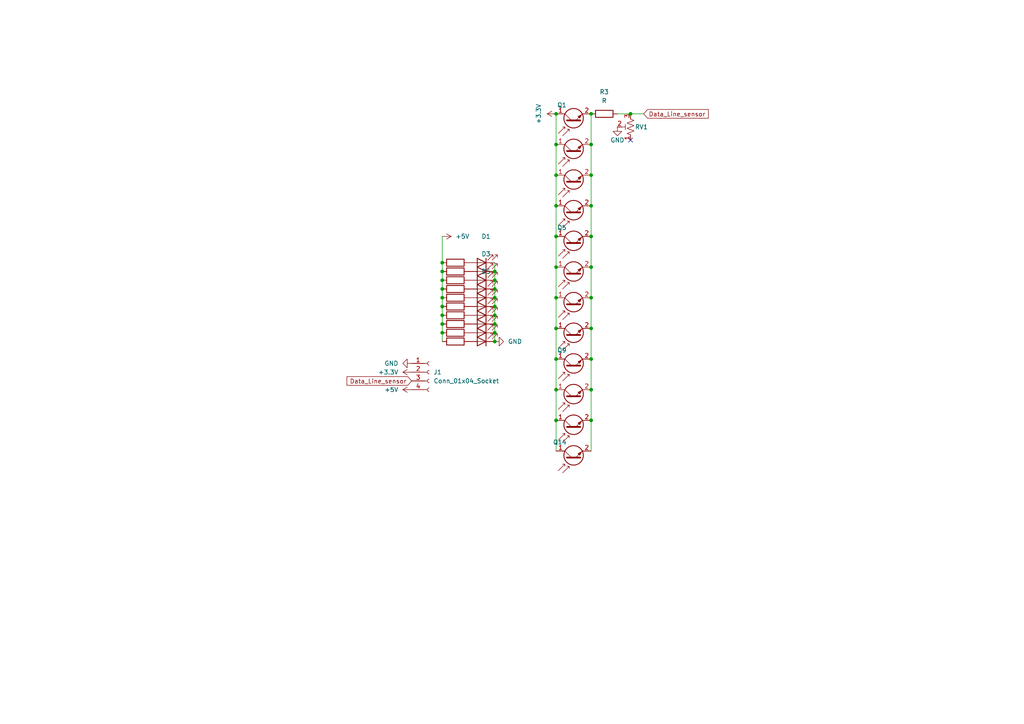
<source format=kicad_sch>
(kicad_sch (version 20230121) (generator eeschema)
  (paper "A4")
  (lib_symbols
    (symbol "Connector:Conn_01x04_Socket" (pin_names (offset 1.016) hide)
      (property "Reference" "J" (at 0 5.08 0))
      (property "Value" "Conn_01x04_Socket" (at 0 -7.62 0))
      (symbol "Conn_01x04_Socket_1_1"
        (arc (start 0 -4.572) (mid -0.5058 -5.08) (end 0 -5.588) (stroke (width 0.1524)))
        (arc (start 0 -2.032) (mid -0.5058 -2.54) (end 0 -3.048) (stroke (width 0.1524)))
        (polyline (pts (xy -1.27 -5.08) (xy -0.508 -5.08)) (stroke (width 0.1524)))
        (polyline (pts (xy -1.27 -2.54) (xy -0.508 -2.54)) (stroke (width 0.1524)))
        (polyline (pts (xy -1.27 0) (xy -0.508 0)) (stroke (width 0.1524)))
        (polyline (pts (xy -1.27 2.54) (xy -0.508 2.54)) (stroke (width 0.1524)))
        (arc (start 0 0.508) (mid -0.5058 0) (end 0 -0.508) (stroke (width 0.1524)))
        (arc (start 0 3.048) (mid -0.5058 2.54) (end 0 2.032) (stroke (width 0.1524)))
        (pin passive line (at -5.08 2.54 0) (length 3.81) (name "Pin_1") (number "1"))
        (pin passive line (at -5.08 0 0) (length 3.81) (name "Pin_2") (number "2"))
        (pin passive line (at -5.08 -2.54 0) (length 3.81) (name "Pin_3") (number "3"))
        (pin passive line (at -5.08 -5.08 0) (length 3.81) (name "Pin_4") (number "4"))
      )
    )
    (symbol "Device:LED" (pin_numbers hide) (pin_names (offset 1.016) hide)
      (property "Reference" "D" (at 0 2.54 0))
      (property "Value" "LED" (at 0 -2.54 0))
      (symbol "LED_0_1"
        (polyline (pts (xy -1.27 -1.27) (xy -1.27 1.27)) (stroke (width 0.254)))
        (polyline (pts (xy -1.27 0) (xy 1.27 0)))
        (polyline (pts (xy 1.27 -1.27) (xy 1.27 1.27) (xy -1.27 0) (xy 1.27 -1.27)) (stroke (width 0.254)))
        (polyline (pts (xy -3.048 -0.762) (xy -4.572 -2.286) (xy -3.81 -2.286) (xy -4.572 -2.286) (xy -4.572 -1.524)))
        (polyline (pts (xy -1.778 -0.762) (xy -3.302 -2.286) (xy -2.54 -2.286) (xy -3.302 -2.286) (xy -3.302 -1.524)))
      )
      (symbol "LED_1_1"
        (pin passive line (at -3.81 0 0) (length 2.54) (name "K") (number "1"))
        (pin passive line (at 3.81 0 180) (length 2.54) (name "A") (number "2"))
      )
    )
    (symbol "Device:Q_Photo_NPN" (pin_names (offset 0) hide)
      (property "Reference" "Q" (at 5.08 1.27 0))
      (property "Value" "Q_Photo_NPN" (at 5.08 -1.27 0))
      (symbol "Q_Photo_NPN_0_1"
        (polyline (pts (xy -1.905 1.27) (xy -2.54 1.27)))
        (polyline (pts (xy -1.27 2.54) (xy -1.905 2.54)))
        (polyline (pts (xy 0.635 0.635) (xy 2.54 2.54)))
        (polyline (pts (xy -3.81 3.175) (xy -1.905 1.27) (xy -1.905 1.905)))
        (polyline (pts (xy -3.175 4.445) (xy -1.27 2.54) (xy -1.27 3.175)))
        (polyline (pts (xy 0.635 -0.635) (xy 2.54 -2.54) (xy 2.54 -2.54)))
        (polyline (pts (xy 0.635 1.905) (xy 0.635 -1.905) (xy 0.635 -1.905)) (stroke (width 0.508)))
        (polyline (pts (xy 1.27 -1.778) (xy 1.778 -1.27) (xy 2.286 -2.286) (xy 1.27 -1.778) (xy 1.27 -1.778)) (fill (type outline)))
        (circle (center 1.27 0) (radius 2.8194) (stroke (width 0.254)))
      )
      (symbol "Q_Photo_NPN_1_1"
        (pin passive line (at 2.54 5.08 270) (length 2.54) (name "C") (number "1"))
        (pin passive line (at 2.54 -5.08 90) (length 2.54) (name "E") (number "2"))
      )
    )
    (symbol "Device:R" (pin_numbers hide) (pin_names (offset 0))
      (property "Reference" "R" (at 2.032 0 90))
      (property "Value" "R" (at 0 0 90))
      (symbol "R_0_1"
        (rectangle (start -1.016 -2.54) (end 1.016 2.54) (stroke (width 0.254)))
      )
      (symbol "R_1_1"
        (pin passive line (at 0 3.81 270) (length 1.27) (name "~") (number "1"))
        (pin passive line (at 0 -3.81 90) (length 1.27) (name "~") (number "2"))
      )
    )
    (symbol "Device:R_Potentiometer_Trim_US" (pin_names (offset 1.016) hide)
      (property "Reference" "RV" (at -4.445 0 90))
      (property "Value" "R_Potentiometer_Trim_US" (at -2.54 0 90))
      (symbol "R_Potentiometer_Trim_US_0_1"
        (polyline (pts (xy 0 -2.286) (xy 0 -2.54)))
        (polyline (pts (xy 0 2.286) (xy 0 2.54)))
        (polyline (pts (xy 1.524 0.762) (xy 1.524 -0.762)))
        (polyline (pts (xy 2.54 0) (xy 1.524 0)))
        (polyline (pts (xy 0 -0.762) (xy 1.016 -1.143) (xy 0 -1.524) (xy -1.016 -1.905) (xy 0 -2.286)))
        (polyline (pts (xy 0 0.762) (xy 1.016 0.381) (xy 0 0) (xy -1.016 -0.381) (xy 0 -0.762)))
        (polyline (pts (xy 0 2.286) (xy 1.016 1.905) (xy 0 1.524) (xy -1.016 1.143) (xy 0 0.762)))
      )
      (symbol "R_Potentiometer_Trim_US_1_1"
        (pin passive line (at 0 3.81 270) (length 1.27) (name "1") (number "1"))
        (pin passive line (at 3.81 0 180) (length 1.27) (name "2") (number "2"))
        (pin passive line (at 0 -3.81 90) (length 1.27) (name "3") (number "3"))
      )
    )
    (symbol "power:+3.3V" (power) (pin_names (offset 0))
      (property "Value" "+3.3V" (at 0 3.556 0))
      (symbol "+3.3V_0_1"
        (polyline (pts (xy -0.762 1.27) (xy 0 2.54)))
        (polyline (pts (xy 0 0) (xy 0 2.54)))
        (polyline (pts (xy 0 2.54) (xy 0.762 1.27)))
      )
      (symbol "+3.3V_1_1"
        (pin power_in line (at 0 0 90) (length 0) hide (name "+3.3V") (number "1"))
      )
    )
    (symbol "power:+5V" (power) (pin_names (offset 0))
      (property "Value" "+5V" (at 0 3.556 0))
      (symbol "+5V_0_1"
        (polyline (pts (xy -0.762 1.27) (xy 0 2.54)))
        (polyline (pts (xy 0 0) (xy 0 2.54)))
        (polyline (pts (xy 0 2.54) (xy 0.762 1.27)))
      )
      (symbol "+5V_1_1"
        (pin power_in line (at 0 0 90) (length 0) hide (name "+5V") (number "1"))
      )
    )
    (symbol "power:GND" (power) (pin_names (offset 0))
      (property "Value" "GND" (at 0 -3.81 0))
      (symbol "GND_0_1"
        (polyline (pts (xy 0 0) (xy 0 -1.27) (xy 1.27 -1.27) (xy 0 -2.54) (xy -1.27 -1.27) (xy 0 -1.27)))
      )
      (symbol "GND_1_1"
        (pin power_in line (at 0 0 270) (length 0) hide (name "GND") (number "1"))
      )
    )
  )
  (junction (at 171.45 50.8))
  (junction (at 143.51 81.28))
  (junction (at 128.27 81.28))
  (junction (at 143.51 86.36))
  (junction (at 128.27 93.98))
  (junction (at 182.88 33.02))
  (junction (at 171.45 121.92))
  (junction (at 161.29 121.92))
  (junction (at 171.45 113.03))
  (junction (at 143.51 91.44))
  (junction (at 143.51 96.52))
  (junction (at 161.29 41.91))
  (junction (at 161.29 77.47))
  (junction (at 143.51 99.06))
  (junction (at 128.27 86.36))
  (junction (at 128.27 78.74))
  (junction (at 161.29 86.36))
  (junction (at 143.51 83.82))
  (junction (at 171.45 68.58))
  (junction (at 171.45 86.36))
  (junction (at 128.27 96.52))
  (junction (at 161.29 50.8))
  (junction (at 161.29 113.03))
  (junction (at 128.27 88.9))
  (junction (at 128.27 83.82))
  (junction (at 171.45 95.25))
  (junction (at 161.29 59.69))
  (junction (at 161.29 33.02))
  (junction (at 171.45 33.02))
  (junction (at 128.27 76.2))
  (junction (at 171.45 41.91))
  (junction (at 171.45 77.47))
  (junction (at 171.45 59.69))
  (junction (at 171.45 104.14))
  (junction (at 161.29 95.25))
  (junction (at 128.27 91.44))
  (junction (at 161.29 68.58))
  (junction (at 143.51 78.74))
  (junction (at 143.51 88.9))
  (junction (at 161.29 104.14))
  (junction (at 143.51 93.98))
  (no_connect (at 182.88 40.64))
  (wire (pts (xy 128.27 96.52) (xy 128.27 99.06)))
  (wire (pts (xy 161.29 41.91) (xy 161.29 50.8)))
  (wire (pts (xy 143.51 81.28) (xy 143.51 78.74)))
  (wire (pts (xy 143.51 83.82) (xy 143.51 81.28)))
  (wire (pts (xy 143.51 91.44) (xy 143.51 88.9)))
  (wire (pts (xy 171.45 121.92) (xy 171.45 130.81)))
  (wire (pts (xy 128.27 91.44) (xy 128.27 93.98)))
  (wire (pts (xy 161.29 68.58) (xy 161.29 77.47)))
  (wire (pts (xy 143.51 76.2) (xy 143.51 78.74)))
  (wire (pts (xy 161.29 77.47) (xy 161.29 86.36)))
  (wire (pts (xy 171.45 68.58) (xy 171.45 77.47)))
  (wire (pts (xy 128.27 83.82) (xy 128.27 86.36)))
  (wire (pts (xy 171.45 77.47) (xy 171.45 86.36)))
  (wire (pts (xy 143.51 88.9) (xy 143.51 86.36)))
  (wire (pts (xy 171.45 113.03) (xy 171.45 121.92)))
  (wire (pts (xy 161.29 59.69) (xy 161.29 68.58)))
  (wire (pts (xy 171.45 95.25) (xy 171.45 104.14)))
  (wire (pts (xy 128.27 68.58) (xy 128.27 76.2)))
  (wire (pts (xy 171.45 33.02) (xy 171.45 41.91)))
  (wire (pts (xy 128.27 81.28) (xy 128.27 83.82)))
  (wire (pts (xy 161.29 33.02) (xy 161.29 41.91)))
  (wire (pts (xy 171.45 41.91) (xy 171.45 50.8)))
  (wire (pts (xy 128.27 76.2) (xy 128.27 78.74)))
  (wire (pts (xy 128.27 88.9) (xy 128.27 91.44)))
  (wire (pts (xy 161.29 121.92) (xy 161.29 130.81)))
  (wire (pts (xy 161.29 95.25) (xy 161.29 104.14)))
  (wire (pts (xy 143.51 96.52) (xy 143.51 99.06)))
  (wire (pts (xy 179.07 33.02) (xy 182.88 33.02)))
  (wire (pts (xy 161.29 50.8) (xy 161.29 59.69)))
  (wire (pts (xy 143.51 91.44) (xy 143.51 93.98)))
  (wire (pts (xy 143.51 93.98) (xy 143.51 96.52)))
  (wire (pts (xy 161.29 113.03) (xy 161.29 121.92)))
  (wire (pts (xy 171.45 104.14) (xy 171.45 113.03)))
  (wire (pts (xy 161.29 86.36) (xy 161.29 95.25)))
  (wire (pts (xy 171.45 50.8) (xy 171.45 59.69)))
  (wire (pts (xy 171.45 59.69) (xy 171.45 68.58)))
  (wire (pts (xy 128.27 78.74) (xy 128.27 81.28)))
  (wire (pts (xy 161.29 104.14) (xy 161.29 113.03)))
  (wire (pts (xy 182.88 33.02) (xy 186.69 33.02)))
  (wire (pts (xy 171.45 86.36) (xy 171.45 95.25)))
  (wire (pts (xy 143.51 86.36) (xy 143.51 83.82)))
  (wire (pts (xy 128.27 86.36) (xy 128.27 88.9)))
  (wire (pts (xy 128.27 93.98) (xy 128.27 96.52)))
  (global_label "Data_Line_sensor" (shape input) (at 186.69 33.02 0) (property "Intersheetrefs" "${INTERSHEET_REFS}" (effects hide)))
  (global_label "Data_Line_sensor" (shape input) (at 119.38 110.49 180) (property "Intersheetrefs" "${INTERSHEET_REFS}" (effects hide)))
  (symbol (lib_id "Device:R_Potentiometer_Trim_US") (at 182.88 36.83 180) (unit 1)
    (property "Reference" "RV1" (at 184.15 36.83 0) (effects (justify right)))
    (property "Value" "R_Potentiometer_Trim_US" (effects hide))
    (property "Footprint" "Potentiometer_SMD:Potentiometer_Vishay_TS53YJ_Vertical" (effects hide))
  )
  (symbol (lib_id "Device:Q_Photo_NPN") (at 166.37 53.34 90) (unit 1)
    (property "Reference" "Q3" (effects hide))
    (property "Value" "Q_Photo_NPN" (effects hide))
    (property "Footprint" "LED_THT:LED_D3.0mm_Clear" (effects hide))
  )
  (symbol (lib_id "Device:Q_Photo_NPN") (at 166.37 97.79 90) (unit 1)
    (property "Reference" "Q8" (effects hide))
    (property "Value" "Q_Photo_NPN" (effects hide))
    (property "Footprint" "LED_THT:LED_D3.0mm_Clear" (effects hide))
  )
  (symbol (lib_id "Device:LED") (at 139.7 86.36 180) (unit 1)
    (property "Reference" "D5" (at 140.97 78.74 0))
    (property "Value" "LED" (effects hide))
    (property "Footprint" "LED_THT:LED_D3.0mm_Clear" (effects hide))
  )
  (symbol (lib_id "Device:LED") (at 139.7 88.9 180) (unit 1)
    (property "Reference" "D6" (effects hide))
    (property "Value" "LED" (effects hide))
    (property "Footprint" "LED_THT:LED_D3.0mm_Clear" (effects hide))
  )
  (symbol (lib_id "Connector:Conn_01x04_Socket") (at 124.46 107.95 0) (unit 1)
    (property "Reference" "J1" (at 125.73 107.95 0) (effects (justify left)))
    (property "Value" "Conn_01x04_Socket" (at 125.73 110.49 0) (effects (justify left)))
    (property "Footprint" "Connector_PinHeader_2.54mm:PinHeader_1x04_P2.54mm_Horizontal" (effects hide))
  )
  (symbol (lib_id "power:GND") (at 179.07 36.83 0) (unit 1)
    (property "Reference" "#PWR07" (effects hide))
    (property "Value" "GND" (at 179.07 40.64 0))
  )
  (symbol (lib_id "power:GND") (at 119.38 105.41 270) (unit 1)
    (property "Reference" "#PWR01" (effects hide))
    (property "Value" "GND" (at 115.57 105.41 90) (effects (justify right)))
  )
  (symbol (lib_id "Device:R") (at 132.08 78.74 90) (unit 1)
    (property "Reference" "R2" (effects hide))
    (property "Value" "R" (effects hide))
    (property "Footprint" "Resistor_SMD:R_0805_2012Metric" (effects hide))
  )
  (symbol (lib_id "Device:Q_Photo_NPN") (at 166.37 106.68 90) (unit 1)
    (property "Reference" "Q9" (at 164.3507 101.6 90) (effects (justify left)))
    (property "Value" "Q_Photo_NPN" (effects hide))
    (property "Footprint" "LED_THT:LED_D3.0mm_Clear" (effects hide))
  )
  (symbol (lib_id "Device:LED") (at 139.7 78.74 180) (unit 1)
    (property "Reference" "D2" (effects hide))
    (property "Value" "LED" (effects hide))
    (property "Footprint" "LED_THT:LED_D3.0mm_Clear" (effects hide))
  )
  (symbol (lib_id "Device:Q_Photo_NPN") (at 166.37 44.45 90) (unit 1)
    (property "Reference" "Q2" (effects hide))
    (property "Value" "Q_Photo_NPN" (effects hide))
    (property "Footprint" "LED_THT:LED_D3.0mm_Clear" (effects hide))
  )
  (symbol (lib_id "Device:Q_Photo_NPN") (at 166.37 62.23 90) (unit 1)
    (property "Reference" "Q4" (effects hide))
    (property "Value" "Q_Photo_NPN" (effects hide))
    (property "Footprint" "LED_THT:LED_D3.0mm_Clear" (effects hide))
  )
  (symbol (lib_id "power:+3.3V") (at 161.29 33.02 90) (unit 1)
    (property "Reference" "#PWR06" (effects hide))
    (property "Value" "+3.3V" (at 156.21 33.02 0))
  )
  (symbol (lib_id "Device:LED") (at 139.7 76.2 180) (unit 1)
    (property "Reference" "D1" (at 140.97 68.58 0))
    (property "Value" "LED" (effects hide))
    (property "Footprint" "LED_THT:LED_D3.0mm_Clear" (effects hide))
  )
  (symbol (lib_id "Device:R") (at 132.08 88.9 90) (unit 1)
    (property "Reference" "R7" (effects hide))
    (property "Value" "R" (effects hide))
    (property "Footprint" "Resistor_SMD:R_0805_2012Metric" (effects hide))
  )
  (symbol (lib_id "Device:R") (at 132.08 99.06 90) (unit 1)
    (property "Reference" "R11" (effects hide))
    (property "Value" "R" (effects hide))
    (property "Footprint" "Resistor_SMD:R_0805_2012Metric" (effects hide))
  )
  (symbol (lib_id "Device:R") (at 132.08 83.82 90) (unit 1)
    (property "Reference" "R5" (effects hide))
    (property "Value" "R" (effects hide))
    (property "Footprint" "Resistor_SMD:R_0805_2012Metric" (effects hide))
  )
  (symbol (lib_id "Device:Q_Photo_NPN") (at 166.37 80.01 90) (unit 1)
    (property "Reference" "Q6" (effects hide))
    (property "Value" "Q_Photo_NPN" (effects hide))
    (property "Footprint" "LED_THT:LED_D3.0mm_Clear" (effects hide))
  )
  (symbol (lib_id "Device:R") (at 132.08 86.36 90) (unit 1)
    (property "Reference" "R6" (effects hide))
    (property "Value" "R" (effects hide))
    (property "Footprint" "Resistor_SMD:R_0805_2012Metric" (effects hide))
  )
  (symbol (lib_id "Device:R") (at 132.08 96.52 90) (unit 1)
    (property "Reference" "R10" (effects hide))
    (property "Value" "R" (effects hide))
    (property "Footprint" "Resistor_SMD:R_0805_2012Metric" (effects hide))
  )
  (symbol (lib_id "Device:LED") (at 139.7 93.98 180) (unit 1)
    (property "Reference" "D8" (effects hide))
    (property "Value" "LED" (effects hide))
    (property "Footprint" "LED_THT:LED_D3.0mm_Clear" (effects hide))
  )
  (symbol (lib_id "power:GND") (at 143.51 99.06 90) (unit 1)
    (property "Reference" "#PWR010" (effects hide))
    (property "Value" "GND" (at 147.32 99.06 90) (effects (justify right)))
  )
  (symbol (lib_id "Device:Q_Photo_NPN") (at 166.37 124.46 90) (unit 1)
    (property "Reference" "Q13" (effects hide))
    (property "Value" "Q_Photo_NPN" (effects hide))
    (property "Footprint" "LED_THT:LED_D3.0mm_Clear" (effects hide))
  )
  (symbol (lib_id "Device:Q_Photo_NPN") (at 166.37 115.57 90) (unit 1)
    (property "Reference" "Q10" (effects hide))
    (property "Value" "Q_Photo_NPN" (effects hide))
    (property "Footprint" "LED_THT:LED_D3.0mm_Clear" (effects hide))
  )
  (symbol (lib_id "Device:R") (at 132.08 76.2 90) (unit 1)
    (property "Reference" "R1" (effects hide))
    (property "Value" "R" (effects hide))
    (property "Footprint" "Resistor_SMD:R_0805_2012Metric" (effects hide))
  )
  (symbol (lib_id "Device:Q_Photo_NPN") (at 166.37 35.56 90) (unit 1)
    (property "Reference" "Q1" (at 164.3507 30.48 90) (effects (justify left)))
    (property "Value" "Q_Photo_NPN" (effects hide))
    (property "Footprint" "LED_THT:LED_D3.0mm_Clear" (effects hide))
  )
  (symbol (lib_id "Device:LED") (at 139.7 99.06 180) (unit 1)
    (property "Reference" "D10" (effects hide))
    (property "Value" "LED" (effects hide))
    (property "Footprint" "LED_THT:LED_D3.0mm_Clear" (effects hide))
  )
  (symbol (lib_id "Device:Q_Photo_NPN") (at 166.37 71.12 90) (unit 1)
    (property "Reference" "Q5" (at 164.3507 66.04 90) (effects (justify left)))
    (property "Value" "Q_Photo_NPN" (effects hide))
    (property "Footprint" "LED_THT:LED_D3.0mm_Clear" (effects hide))
  )
  (symbol (lib_id "Device:LED") (at 139.7 91.44 180) (unit 1)
    (property "Reference" "D7" (effects hide))
    (property "Value" "LED" (effects hide))
    (property "Footprint" "LED_THT:LED_D3.0mm_Clear" (effects hide))
  )
  (symbol (lib_id "Device:R") (at 132.08 91.44 90) (unit 1)
    (property "Reference" "R8" (effects hide))
    (property "Value" "R" (effects hide))
    (property "Footprint" "Resistor_SMD:R_0805_2012Metric" (effects hide))
  )
  (symbol (lib_id "Device:R") (at 132.08 93.98 90) (unit 1)
    (property "Reference" "R9" (effects hide))
    (property "Value" "R" (effects hide))
    (property "Footprint" "Resistor_SMD:R_0805_2012Metric" (effects hide))
  )
  (symbol (lib_id "Device:Q_Photo_NPN") (at 166.37 88.9 90) (unit 1)
    (property "Reference" "Q7" (effects hide))
    (property "Value" "Q_Photo_NPN" (effects hide))
    (property "Footprint" "LED_THT:LED_D3.0mm_Clear" (effects hide))
  )
  (symbol (lib_id "Device:Q_Photo_NPN") (at 166.37 133.35 90) (unit 1)
    (property "Reference" "Q14" (at 164.3507 128.27 90) (effects (justify left)))
    (property "Value" "Q_Photo_NPN" (effects hide))
    (property "Footprint" "LED_THT:LED_D3.0mm_Clear" (effects hide))
  )
  (symbol (lib_id "Device:LED") (at 139.7 83.82 180) (unit 1)
    (property "Reference" "D4" (effects hide))
    (property "Value" "LED" (effects hide))
    (property "Footprint" "LED_THT:LED_D3.0mm_Clear" (effects hide))
  )
  (symbol (lib_id "Device:R") (at 175.26 33.02 90) (unit 1)
    (property "Reference" "R3" (at 175.26 26.67 90))
    (property "Value" "R" (at 175.26 29.21 90))
    (property "Footprint" "Resistor_SMD:R_0805_2012Metric" (effects hide))
  )
  (symbol (lib_id "power:+5V") (at 128.27 68.58 270) (unit 1)
    (property "Reference" "#PWR04" (effects hide))
    (property "Value" "+5V" (at 132.08 68.58 90) (effects (justify left)))
  )
  (symbol (lib_id "power:+5V") (at 119.38 113.03 90) (unit 1)
    (property "Reference" "#PWR03" (effects hide))
    (property "Value" "+5V" (at 115.57 113.03 90) (effects (justify left)))
  )
  (symbol (lib_id "Device:R") (at 132.08 81.28 90) (unit 1)
    (property "Reference" "R4" (effects hide))
    (property "Value" "R" (effects hide))
    (property "Footprint" "Resistor_SMD:R_0805_2012Metric" (effects hide))
  )
  (symbol (lib_id "Device:LED") (at 139.7 96.52 180) (unit 1)
    (property "Reference" "D9" (effects hide))
    (property "Value" "LED" (effects hide))
    (property "Footprint" "LED_THT:LED_D3.0mm_Clear" (effects hide))
  )
  (symbol (lib_id "power:+3.3V") (at 119.38 107.95 90) (unit 1)
    (property "Reference" "#PWR02" (effects hide))
    (property "Value" "+3.3V" (at 115.57 107.95 90) (effects (justify left)))
  )
  (symbol (lib_id "Device:LED") (at 139.7 81.28 180) (unit 1)
    (property "Reference" "D3" (at 140.97 73.66 0))
    (property "Value" "LED" (effects hide))
    (property "Footprint" "LED_THT:LED_D3.0mm_Clear" (effects hide))
  )
)
</source>
